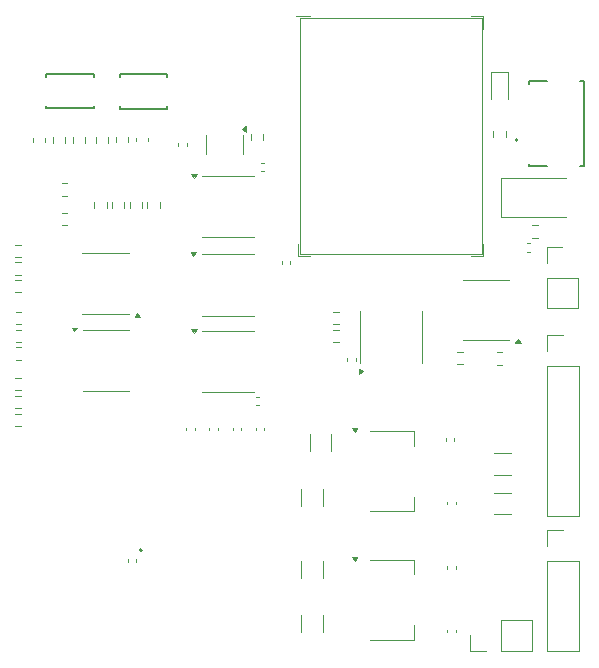
<source format=gbr>
%TF.GenerationSoftware,KiCad,Pcbnew,8.0.6*%
%TF.CreationDate,2025-08-27T22:10:31+02:00*%
%TF.ProjectId,probe,70726f62-652e-46b6-9963-61645f706362,V4-0*%
%TF.SameCoordinates,Original*%
%TF.FileFunction,Legend,Top*%
%TF.FilePolarity,Positive*%
%FSLAX46Y46*%
G04 Gerber Fmt 4.6, Leading zero omitted, Abs format (unit mm)*
G04 Created by KiCad (PCBNEW 8.0.6) date 2025-08-27 22:10:31*
%MOMM*%
%LPD*%
G01*
G04 APERTURE LIST*
%ADD10C,0.200000*%
%ADD11C,0.120000*%
%ADD12C,0.127000*%
G04 APERTURE END LIST*
D10*
%TO.C,A1*%
X152400000Y-60800000D02*
G75*
G02*
X152200000Y-60800000I-100000J0D01*
G01*
X152200000Y-60800000D02*
G75*
G02*
X152400000Y-60800000I100000J0D01*
G01*
D11*
%TO.C,R22*%
X145612742Y-32237500D02*
X146087258Y-32237500D01*
X145612742Y-33282500D02*
X146087258Y-33282500D01*
D12*
%TO.C,J2*%
X185215000Y-21100000D02*
X185215000Y-21305000D01*
X185215000Y-28300000D02*
X185215000Y-28095000D01*
X186735000Y-21100000D02*
X185215000Y-21100000D01*
X186735000Y-28300000D02*
X185215000Y-28300000D01*
X189515000Y-21100000D02*
X189875000Y-21100000D01*
X189875000Y-21100000D02*
X189875000Y-28300000D01*
X189875000Y-28300000D02*
X189515000Y-28300000D01*
D10*
X184225000Y-26050000D02*
G75*
G02*
X184025000Y-26050000I-100000J0D01*
G01*
X184025000Y-26050000D02*
G75*
G02*
X184225000Y-26050000I100000J0D01*
G01*
D11*
%TO.C,J1*%
X180195000Y-69330000D02*
X180195000Y-68000000D01*
X181525000Y-69330000D02*
X180195000Y-69330000D01*
X182795000Y-66670000D02*
X185395000Y-66670000D01*
X182795000Y-69330000D02*
X182795000Y-66670000D01*
X182795000Y-69330000D02*
X185395000Y-69330000D01*
X185395000Y-69330000D02*
X185395000Y-66670000D01*
%TO.C,C11*%
X151915000Y-26165580D02*
X151915000Y-25884420D01*
X152935000Y-26165580D02*
X152935000Y-25884420D01*
%TO.C,D1*%
X182840000Y-29300000D02*
X182840000Y-32600000D01*
X182840000Y-29300000D02*
X188350000Y-29300000D01*
X182840000Y-32600000D02*
X188350000Y-32600000D01*
%TO.C,R1*%
X150202500Y-26262258D02*
X150202500Y-25787742D01*
X151247500Y-26262258D02*
X151247500Y-25787742D01*
D12*
%TO.C,SW1*%
X150550000Y-20500000D02*
X154550000Y-20500000D01*
X150550000Y-20730000D02*
X150550000Y-20500000D01*
X150550000Y-23400000D02*
X150550000Y-23170000D01*
X154550000Y-20500000D02*
X154550000Y-20730000D01*
X154550000Y-23400000D02*
X150550000Y-23400000D01*
X154550000Y-23400000D02*
X154550000Y-23170000D01*
D11*
%TO.C,R12*%
X142187258Y-42127500D02*
X141712742Y-42127500D01*
X142187258Y-43172500D02*
X141712742Y-43172500D01*
%TO.C,C13*%
X155502500Y-26532836D02*
X155502500Y-26317164D01*
X156222500Y-26532836D02*
X156222500Y-26317164D01*
%TO.C,C15*%
X156155000Y-50627836D02*
X156155000Y-50412164D01*
X156875000Y-50627836D02*
X156875000Y-50412164D01*
%TO.C,R26*%
X161640000Y-26062258D02*
X161640000Y-25587742D01*
X162685000Y-26062258D02*
X162685000Y-25587742D01*
%TO.C,R18*%
X149877500Y-31812258D02*
X149877500Y-31337742D01*
X150922500Y-31812258D02*
X150922500Y-31337742D01*
%TO.C,C16*%
X158125000Y-50627836D02*
X158125000Y-50412164D01*
X158845000Y-50627836D02*
X158845000Y-50412164D01*
%TO.C,C19*%
X162512164Y-27990000D02*
X162727836Y-27990000D01*
X162512164Y-28710000D02*
X162727836Y-28710000D01*
%TO.C,C22*%
X162092164Y-47790000D02*
X162307836Y-47790000D01*
X162092164Y-48510000D02*
X162307836Y-48510000D01*
%TO.C,C8*%
X178240000Y-67727836D02*
X178240000Y-67512164D01*
X178960000Y-67727836D02*
X178960000Y-67512164D01*
%TO.C,C17*%
X160095000Y-50627836D02*
X160095000Y-50412164D01*
X160815000Y-50627836D02*
X160815000Y-50412164D01*
%TO.C,R27*%
X179087742Y-43992500D02*
X179562258Y-43992500D01*
X179087742Y-45037500D02*
X179562258Y-45037500D01*
%TO.C,R15*%
X142137258Y-47727500D02*
X141662742Y-47727500D01*
X142137258Y-48772500D02*
X141662742Y-48772500D01*
%TO.C,R19*%
X151377500Y-31812258D02*
X151377500Y-31337742D01*
X152422500Y-31812258D02*
X152422500Y-31337742D01*
%TO.C,R16*%
X142137258Y-46227500D02*
X141662742Y-46227500D01*
X142137258Y-47272500D02*
X141662742Y-47272500D01*
D12*
%TO.C,SW2*%
X144325000Y-20475000D02*
X144325000Y-20705000D01*
X144325000Y-20475000D02*
X148325000Y-20475000D01*
X144325000Y-23375000D02*
X144325000Y-23145000D01*
X148325000Y-20475000D02*
X148325000Y-20705000D01*
X148325000Y-23145000D02*
X148325000Y-23375000D01*
X148325000Y-23375000D02*
X144325000Y-23375000D01*
D11*
%TO.C,J5*%
X186670000Y-35120000D02*
X188000000Y-35120000D01*
X186670000Y-36450000D02*
X186670000Y-35120000D01*
X186670000Y-37720000D02*
X186670000Y-40320000D01*
X186670000Y-37720000D02*
X189330000Y-37720000D01*
X186670000Y-40320000D02*
X189330000Y-40320000D01*
X189330000Y-37720000D02*
X189330000Y-40320000D01*
%TO.C,C12*%
X143165000Y-25934420D02*
X143165000Y-26215580D01*
X144185000Y-25934420D02*
X144185000Y-26215580D01*
%TO.C,R23*%
X185912258Y-33277500D02*
X185437742Y-33277500D01*
X185912258Y-34322500D02*
X185437742Y-34322500D01*
%TO.C,C21*%
X169790000Y-44522164D02*
X169790000Y-44737836D01*
X170510000Y-44522164D02*
X170510000Y-44737836D01*
%TO.C,J6*%
X186720000Y-59080000D02*
X188050000Y-59080000D01*
X186720000Y-60410000D02*
X186720000Y-59080000D01*
X186720000Y-61680000D02*
X186720000Y-69360000D01*
X186720000Y-61680000D02*
X189380000Y-61680000D01*
X186720000Y-69360000D02*
X189380000Y-69360000D01*
X189380000Y-61680000D02*
X189380000Y-69360000D01*
%TO.C,C6*%
X165890000Y-67736252D02*
X165890000Y-66313748D01*
X167710000Y-67736252D02*
X167710000Y-66313748D01*
%TO.C,U7*%
X159675000Y-35715000D02*
X157475000Y-35715000D01*
X159675000Y-35715000D02*
X161875000Y-35715000D01*
X159675000Y-40935000D02*
X157475000Y-40935000D01*
X159675000Y-40935000D02*
X161875000Y-40935000D01*
X156775000Y-35915000D02*
X156535000Y-35585000D01*
X157015000Y-35585000D01*
X156775000Y-35915000D01*
G36*
X156775000Y-35915000D02*
G01*
X156535000Y-35585000D01*
X157015000Y-35585000D01*
X156775000Y-35915000D01*
G37*
%TO.C,R24*%
X169062258Y-42140000D02*
X168587742Y-42140000D01*
X169062258Y-43185000D02*
X168587742Y-43185000D01*
%TO.C,U2*%
X171700000Y-50690000D02*
X175460000Y-50690000D01*
X171700000Y-57510000D02*
X175460000Y-57510000D01*
X175460000Y-50690000D02*
X175460000Y-51950000D01*
X175460000Y-57510000D02*
X175460000Y-56250000D01*
X170420000Y-50790000D02*
X170180000Y-50460000D01*
X170660000Y-50460000D01*
X170420000Y-50790000D01*
G36*
X170420000Y-50790000D02*
G01*
X170180000Y-50460000D01*
X170660000Y-50460000D01*
X170420000Y-50790000D01*
G37*
%TO.C,U4*%
X165625000Y-35900000D02*
X165625000Y-34850000D01*
X165775000Y-15750000D02*
X165775000Y-20350000D01*
X165775000Y-15750000D02*
X181175000Y-15750000D01*
X165775000Y-35750000D02*
X165775000Y-20350000D01*
X166675000Y-15600000D02*
X165475000Y-15600000D01*
X166675000Y-35900000D02*
X165625000Y-35900000D01*
X180275000Y-15600000D02*
X181325000Y-15600000D01*
X180275000Y-35900000D02*
X181325000Y-35900000D01*
X181175000Y-15750000D02*
X181175000Y-20350000D01*
X181175000Y-20350000D02*
X181175000Y-35750000D01*
X181175000Y-35750000D02*
X165775000Y-35750000D01*
X181325000Y-15600000D02*
X181325000Y-16650000D01*
X181325000Y-35900000D02*
X181325000Y-34850000D01*
%TO.C,U6*%
X159700000Y-29090000D02*
X157500000Y-29090000D01*
X159700000Y-29090000D02*
X161900000Y-29090000D01*
X159700000Y-34310000D02*
X157500000Y-34310000D01*
X159700000Y-34310000D02*
X161900000Y-34310000D01*
X156800000Y-29290000D02*
X156560000Y-28960000D01*
X157040000Y-28960000D01*
X156800000Y-29290000D01*
G36*
X156800000Y-29290000D02*
G01*
X156560000Y-28960000D01*
X157040000Y-28960000D01*
X156800000Y-29290000D01*
G37*
%TO.C,C20*%
X164240000Y-36342164D02*
X164240000Y-36557836D01*
X164960000Y-36342164D02*
X164960000Y-36557836D01*
%TO.C,U1*%
X157840000Y-26437500D02*
X157840000Y-25637500D01*
X157840000Y-26437500D02*
X157840000Y-27237500D01*
X160960000Y-26437500D02*
X160960000Y-25637500D01*
X160960000Y-26437500D02*
X160960000Y-27237500D01*
X161240000Y-25377500D02*
X160910000Y-25137500D01*
X161240000Y-24897500D01*
X161240000Y-25377500D01*
G36*
X161240000Y-25377500D02*
G01*
X160910000Y-25137500D01*
X161240000Y-24897500D01*
X161240000Y-25377500D01*
G37*
%TO.C,C7*%
X165890000Y-63136252D02*
X165890000Y-61713748D01*
X167710000Y-63136252D02*
X167710000Y-61713748D01*
%TO.C,C18*%
X162065000Y-50627836D02*
X162065000Y-50412164D01*
X162785000Y-50627836D02*
X162785000Y-50412164D01*
%TO.C,C1*%
X178140000Y-51292164D02*
X178140000Y-51507836D01*
X178860000Y-51292164D02*
X178860000Y-51507836D01*
%TO.C,R10*%
X142162258Y-34927500D02*
X141687742Y-34927500D01*
X142162258Y-35972500D02*
X141687742Y-35972500D01*
%TO.C,R21*%
X145612742Y-29727500D02*
X146087258Y-29727500D01*
X145612742Y-30772500D02*
X146087258Y-30772500D01*
%TO.C,C10*%
X182213748Y-55915000D02*
X183636252Y-55915000D01*
X182213748Y-57735000D02*
X183636252Y-57735000D01*
%TO.C,R2*%
X144852500Y-25837742D02*
X144852500Y-26312258D01*
X145897500Y-25837742D02*
X145897500Y-26312258D01*
%TO.C,C9*%
X182213748Y-52565000D02*
X183636252Y-52565000D01*
X182213748Y-54385000D02*
X183636252Y-54385000D01*
%TO.C,R7*%
X148502500Y-26287258D02*
X148502500Y-25812742D01*
X149547500Y-26287258D02*
X149547500Y-25812742D01*
%TO.C,R8*%
X142162258Y-37927500D02*
X141687742Y-37927500D01*
X142162258Y-38972500D02*
X141687742Y-38972500D01*
%TO.C,R25*%
X169062258Y-40590000D02*
X168587742Y-40590000D01*
X169062258Y-41635000D02*
X168587742Y-41635000D01*
%TO.C,U12*%
X181550000Y-37895000D02*
X179600000Y-37895000D01*
X181550000Y-37895000D02*
X183500000Y-37895000D01*
X181550000Y-43015000D02*
X179600000Y-43015000D01*
X181550000Y-43015000D02*
X183500000Y-43015000D01*
X184490000Y-43250000D02*
X184010000Y-43250000D01*
X184250000Y-42920000D01*
X184490000Y-43250000D01*
G36*
X184490000Y-43250000D02*
G01*
X184010000Y-43250000D01*
X184250000Y-42920000D01*
X184490000Y-43250000D01*
G37*
%TO.C,R13*%
X142187258Y-40627500D02*
X141712742Y-40627500D01*
X142187258Y-41672500D02*
X141712742Y-41672500D01*
%TO.C,R20*%
X152877500Y-31812258D02*
X152877500Y-31337742D01*
X153922500Y-31812258D02*
X153922500Y-31337742D01*
%TO.C,U9*%
X149400000Y-42180000D02*
X147450000Y-42180000D01*
X149400000Y-42180000D02*
X151350000Y-42180000D01*
X149400000Y-47300000D02*
X147450000Y-47300000D01*
X149400000Y-47300000D02*
X151350000Y-47300000D01*
X146700000Y-42275000D02*
X146460000Y-41945000D01*
X146940000Y-41945000D01*
X146700000Y-42275000D01*
G36*
X146700000Y-42275000D02*
G01*
X146460000Y-41945000D01*
X146940000Y-41945000D01*
X146700000Y-42275000D01*
G37*
%TO.C,R11*%
X142187258Y-43627500D02*
X141712742Y-43627500D01*
X142187258Y-44672500D02*
X141712742Y-44672500D01*
%TO.C,C5*%
X178240000Y-62172164D02*
X178240000Y-62387836D01*
X178960000Y-62172164D02*
X178960000Y-62387836D01*
%TO.C,R14*%
X142137258Y-49227500D02*
X141662742Y-49227500D01*
X142137258Y-50272500D02*
X141662742Y-50272500D01*
%TO.C,R17*%
X148377500Y-31812258D02*
X148377500Y-31337742D01*
X149422500Y-31812258D02*
X149422500Y-31337742D01*
%TO.C,J3*%
X186720000Y-42580000D02*
X188050000Y-42580000D01*
X186720000Y-43910000D02*
X186720000Y-42580000D01*
X186720000Y-45180000D02*
X186720000Y-57940000D01*
X186720000Y-45180000D02*
X189380000Y-45180000D01*
X186720000Y-57940000D02*
X189380000Y-57940000D01*
X189380000Y-45180000D02*
X189380000Y-57940000D01*
%TO.C,U5*%
X149325000Y-35665000D02*
X147375000Y-35665000D01*
X149325000Y-35665000D02*
X151275000Y-35665000D01*
X149325000Y-40785000D02*
X147375000Y-40785000D01*
X149325000Y-40785000D02*
X151275000Y-40785000D01*
X152265000Y-41020000D02*
X151785000Y-41020000D01*
X152025000Y-40690000D01*
X152265000Y-41020000D01*
G36*
X152265000Y-41020000D02*
G01*
X151785000Y-41020000D01*
X152025000Y-40690000D01*
X152265000Y-41020000D01*
G37*
%TO.C,U8*%
X159712500Y-42215000D02*
X157512500Y-42215000D01*
X159712500Y-42215000D02*
X161912500Y-42215000D01*
X159712500Y-47435000D02*
X157512500Y-47435000D01*
X159712500Y-47435000D02*
X161912500Y-47435000D01*
X156812500Y-42415000D02*
X156572500Y-42085000D01*
X157052500Y-42085000D01*
X156812500Y-42415000D01*
G36*
X156812500Y-42415000D02*
G01*
X156572500Y-42085000D01*
X157052500Y-42085000D01*
X156812500Y-42415000D01*
G37*
%TO.C,R28*%
X182462742Y-44027500D02*
X182937258Y-44027500D01*
X182462742Y-45072500D02*
X182937258Y-45072500D01*
%TO.C,C23*%
X151190000Y-61752836D02*
X151190000Y-61537164D01*
X151910000Y-61752836D02*
X151910000Y-61537164D01*
%TO.C,R6*%
X146552500Y-25837742D02*
X146552500Y-26312258D01*
X147597500Y-25837742D02*
X147597500Y-26312258D01*
%TO.C,U3*%
X171700000Y-61590000D02*
X175460000Y-61590000D01*
X171700000Y-68410000D02*
X175460000Y-68410000D01*
X175460000Y-61590000D02*
X175460000Y-62850000D01*
X175460000Y-68410000D02*
X175460000Y-67150000D01*
X170420000Y-61690000D02*
X170180000Y-61360000D01*
X170660000Y-61360000D01*
X170420000Y-61690000D01*
G36*
X170420000Y-61690000D02*
G01*
X170180000Y-61360000D01*
X170660000Y-61360000D01*
X170420000Y-61690000D01*
G37*
%TO.C,C14*%
X185042164Y-34790000D02*
X185257836Y-34790000D01*
X185042164Y-35510000D02*
X185257836Y-35510000D01*
%TO.C,D4*%
X181940000Y-20265000D02*
X181940000Y-22550000D01*
X183410000Y-20265000D02*
X181940000Y-20265000D01*
X183410000Y-22550000D02*
X183410000Y-20265000D01*
%TO.C,R5*%
X182152500Y-25337742D02*
X182152500Y-25812258D01*
X183197500Y-25337742D02*
X183197500Y-25812258D01*
%TO.C,C3*%
X178240000Y-56907836D02*
X178240000Y-56692164D01*
X178960000Y-56907836D02*
X178960000Y-56692164D01*
%TO.C,U10*%
X170915000Y-42762500D02*
X170915000Y-40562500D01*
X170915000Y-42762500D02*
X170915000Y-44962500D01*
X176135000Y-42762500D02*
X176135000Y-40562500D01*
X176135000Y-42762500D02*
X176135000Y-44962500D01*
X171115000Y-45662500D02*
X170785000Y-45902500D01*
X170785000Y-45422500D01*
X171115000Y-45662500D01*
G36*
X171115000Y-45662500D02*
G01*
X170785000Y-45902500D01*
X170785000Y-45422500D01*
X171115000Y-45662500D01*
G37*
%TO.C,C2*%
X166640000Y-52361252D02*
X166640000Y-50938748D01*
X168460000Y-52361252D02*
X168460000Y-50938748D01*
%TO.C,R9*%
X142162258Y-36427500D02*
X141687742Y-36427500D01*
X142162258Y-37472500D02*
X141687742Y-37472500D01*
%TO.C,C4*%
X165890000Y-57011252D02*
X165890000Y-55588748D01*
X167710000Y-57011252D02*
X167710000Y-55588748D01*
%TD*%
M02*

</source>
